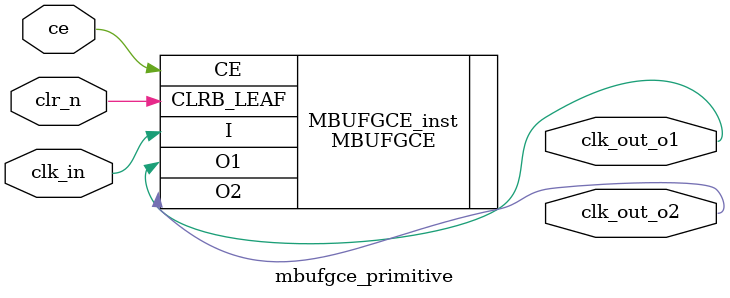
<source format=v>

module mbufgce_primitive (
  input clk_in,
  input ce,
  input clr_n,
  (* DONT_TOUCH = "yes" *) output clk_out_o1,
  (* DONT_TOUCH = "yes" *) output clk_out_o2
);

  MBUFGCE #(
    .CE_TYPE("SYNC"),
    .IS_CE_INVERTED(1'b0),
    .IS_I_INVERTED(1'b0),
    .MODE("PERFORMANCE"),
    .SIM_DEVICE("VERSAL_AI_CORE"),
    .STARTUP_SYNC("TRUE")
  ) MBUFGCE_inst (
    .CE(ce),
    .CLRB_LEAF(clr_n),
    .I(clk_in),
    .O1(clk_out_o1),
    .O2(clk_out_o2)
  );

endmodule

</source>
